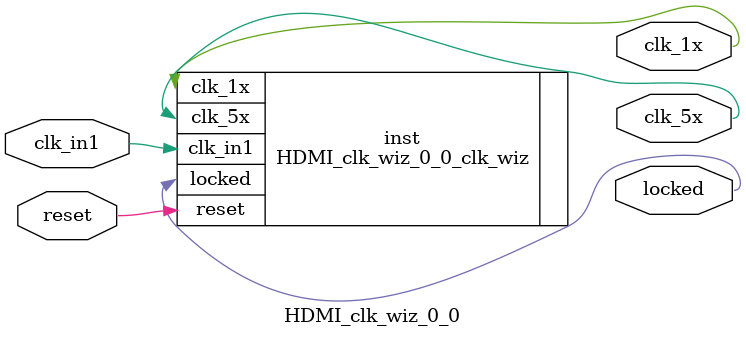
<source format=v>


`timescale 1ps/1ps

(* CORE_GENERATION_INFO = "HDMI_clk_wiz_0_0,clk_wiz_v6_0_12_0_0,{component_name=HDMI_clk_wiz_0_0,use_phase_alignment=true,use_min_o_jitter=false,use_max_i_jitter=false,use_dyn_phase_shift=false,use_inclk_switchover=false,use_dyn_reconfig=false,enable_axi=0,feedback_source=FDBK_AUTO,PRIMITIVE=PLL,num_out_clk=2,clkin1_period=20.000,clkin2_period=10.0,use_power_down=false,use_reset=true,use_locked=true,use_inclk_stopped=false,feedback_type=SINGLE,CLOCK_MGR_TYPE=NA,manual_override=false}" *)

module HDMI_clk_wiz_0_0 
 (
  // Clock out ports
  output        clk_1x,
  output        clk_5x,
  // Status and control signals
  input         reset,
  output        locked,
 // Clock in ports
  input         clk_in1
 );

  HDMI_clk_wiz_0_0_clk_wiz inst
  (
  // Clock out ports  
  .clk_1x(clk_1x),
  .clk_5x(clk_5x),
  // Status and control signals               
  .reset(reset), 
  .locked(locked),
 // Clock in ports
  .clk_in1(clk_in1)
  );

endmodule

</source>
